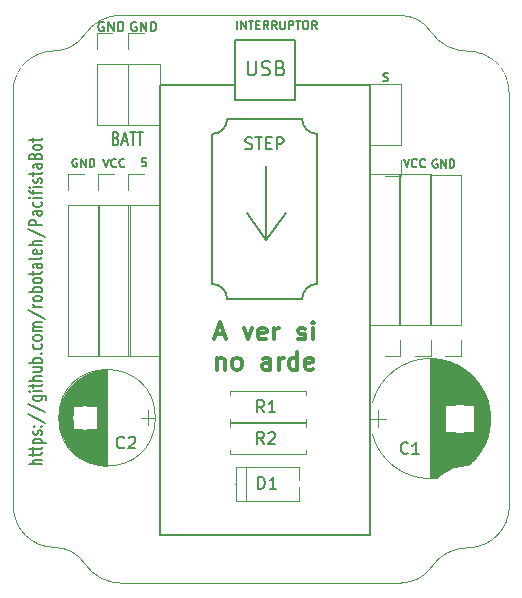
<source format=gto>
G04 #@! TF.FileFunction,Legend,Top*
%FSLAX46Y46*%
G04 Gerber Fmt 4.6, Leading zero omitted, Abs format (unit mm)*
G04 Created by KiCad (PCBNEW 4.0.7) date 10/28/18 13:34:34*
%MOMM*%
%LPD*%
G01*
G04 APERTURE LIST*
%ADD10C,0.100000*%
%ADD11C,0.200000*%
%ADD12C,0.175000*%
%ADD13C,0.300000*%
%ADD14C,0.150000*%
%ADD15C,0.120000*%
%ADD16C,1.974800*%
%ADD17R,2.200000X2.200000*%
%ADD18O,2.200000X2.200000*%
%ADD19R,2.100000X2.100000*%
%ADD20O,2.100000X2.100000*%
%ADD21C,2.000000*%
%ADD22O,2.000000X2.000000*%
%ADD23C,1.924000*%
%ADD24C,6.800000*%
%ADD25C,1.000000*%
%ADD26R,2.400000X2.400000*%
%ADD27C,2.400000*%
%ADD28R,2.000000X2.000000*%
%ADD29C,4.400500*%
G04 APERTURE END LIST*
D10*
D11*
X19903440Y31404560D02*
X21529040Y29108400D01*
X21523960Y29093160D02*
X23169880Y31394400D01*
X21523960Y35346640D02*
X21523960Y29093160D01*
D12*
X8812570Y37721371D02*
X8933999Y37668990D01*
X8974475Y37616610D01*
X9014951Y37511848D01*
X9014951Y37354705D01*
X8974475Y37249943D01*
X8933999Y37197562D01*
X8853046Y37145181D01*
X8529237Y37145181D01*
X8529237Y38245181D01*
X8812570Y38245181D01*
X8893523Y38192800D01*
X8933999Y38140419D01*
X8974475Y38035657D01*
X8974475Y37930895D01*
X8933999Y37826133D01*
X8893523Y37773752D01*
X8812570Y37721371D01*
X8529237Y37721371D01*
X9338761Y37459467D02*
X9743523Y37459467D01*
X9257808Y37145181D02*
X9541142Y38245181D01*
X9824475Y37145181D01*
X9986379Y38245181D02*
X10472094Y38245181D01*
X10229237Y37145181D02*
X10229237Y38245181D01*
X10633998Y38245181D02*
X11119713Y38245181D01*
X10876856Y37145181D02*
X10876856Y38245181D01*
D10*
X35488497Y1354679D02*
G75*
G02X38608000Y3027680I3094103J-2024475D01*
G01*
X35490167Y1355438D02*
G75*
G02X32962545Y56661I-2527622J1810183D01*
G01*
X32964120Y55880D02*
X9276080Y31244D01*
X6162040Y1689436D02*
G75*
G03X3583833Y3061019I-2578207J-1737377D01*
G01*
X6161607Y1686268D02*
G75*
G03X9276080Y30480I3114473J2101208D01*
G01*
X6122129Y46427402D02*
G75*
G02X9276080Y48127920I3143791J-2055714D01*
G01*
X6124118Y46432844D02*
G75*
G02X3586480Y45100240I-2550445J1774261D01*
G01*
X35459774Y46730191D02*
G75*
G03X38582600Y45074840I3112666J2098769D01*
G01*
X35458400Y46730920D02*
G75*
G03X32880193Y48102503I-2578207J-1737377D01*
G01*
X42077640Y41584880D02*
G75*
G03X38577520Y45074840I-3495040J-5080D01*
G01*
X38608058Y3027735D02*
G75*
G03X42113200Y6558280I-20378J3525465D01*
G01*
X3585451Y45100235D02*
G75*
G03X91440Y41600120I6109J-3500115D01*
G01*
X116782Y6555222D02*
G75*
G03X3586480Y3063240I3490018J-2022D01*
G01*
D12*
X2534699Y10129253D02*
X1434699Y10129253D01*
X2534699Y10493539D02*
X1958509Y10493539D01*
X1853747Y10453062D01*
X1801366Y10372110D01*
X1801366Y10250682D01*
X1853747Y10169729D01*
X1906128Y10129253D01*
X1801366Y10776872D02*
X1801366Y11100682D01*
X1434699Y10898301D02*
X2377556Y10898301D01*
X2482318Y10938777D01*
X2534699Y11019730D01*
X2534699Y11100682D01*
X1801366Y11262586D02*
X1801366Y11586396D01*
X1434699Y11384015D02*
X2377556Y11384015D01*
X2482318Y11424491D01*
X2534699Y11505444D01*
X2534699Y11586396D01*
X1801366Y11869729D02*
X2901366Y11869729D01*
X1853747Y11869729D02*
X1801366Y11950681D01*
X1801366Y12112586D01*
X1853747Y12193538D01*
X1906128Y12234015D01*
X2010890Y12274491D01*
X2325175Y12274491D01*
X2429937Y12234015D01*
X2482318Y12193538D01*
X2534699Y12112586D01*
X2534699Y11950681D01*
X2482318Y11869729D01*
X2482318Y12598301D02*
X2534699Y12679253D01*
X2534699Y12841158D01*
X2482318Y12922110D01*
X2377556Y12962586D01*
X2325175Y12962586D01*
X2220413Y12922110D01*
X2168032Y12841158D01*
X2168032Y12719729D01*
X2115651Y12638777D01*
X2010890Y12598301D01*
X1958509Y12598301D01*
X1853747Y12638777D01*
X1801366Y12719729D01*
X1801366Y12841158D01*
X1853747Y12922110D01*
X2429937Y13326872D02*
X2482318Y13367348D01*
X2534699Y13326872D01*
X2482318Y13286396D01*
X2429937Y13326872D01*
X2534699Y13326872D01*
X1853747Y13326872D02*
X1906128Y13367348D01*
X1958509Y13326872D01*
X1906128Y13286396D01*
X1853747Y13326872D01*
X1958509Y13326872D01*
X1382318Y14338777D02*
X2796604Y13610205D01*
X1382318Y15229253D02*
X2796604Y14500681D01*
X1801366Y15876872D02*
X2691842Y15876872D01*
X2796604Y15836395D01*
X2848985Y15795919D01*
X2901366Y15714967D01*
X2901366Y15593538D01*
X2848985Y15512586D01*
X2482318Y15876872D02*
X2534699Y15795919D01*
X2534699Y15634015D01*
X2482318Y15553062D01*
X2429937Y15512586D01*
X2325175Y15472110D01*
X2010890Y15472110D01*
X1906128Y15512586D01*
X1853747Y15553062D01*
X1801366Y15634015D01*
X1801366Y15795919D01*
X1853747Y15876872D01*
X2534699Y16281634D02*
X1801366Y16281634D01*
X1434699Y16281634D02*
X1487080Y16241158D01*
X1539461Y16281634D01*
X1487080Y16322110D01*
X1434699Y16281634D01*
X1539461Y16281634D01*
X1801366Y16564967D02*
X1801366Y16888777D01*
X1434699Y16686396D02*
X2377556Y16686396D01*
X2482318Y16726872D01*
X2534699Y16807825D01*
X2534699Y16888777D01*
X2534699Y17172110D02*
X1434699Y17172110D01*
X2534699Y17536396D02*
X1958509Y17536396D01*
X1853747Y17495919D01*
X1801366Y17414967D01*
X1801366Y17293539D01*
X1853747Y17212586D01*
X1906128Y17172110D01*
X1801366Y18305444D02*
X2534699Y18305444D01*
X1801366Y17941158D02*
X2377556Y17941158D01*
X2482318Y17981634D01*
X2534699Y18062587D01*
X2534699Y18184015D01*
X2482318Y18264967D01*
X2429937Y18305444D01*
X2534699Y18710206D02*
X1434699Y18710206D01*
X1853747Y18710206D02*
X1801366Y18791158D01*
X1801366Y18953063D01*
X1853747Y19034015D01*
X1906128Y19074492D01*
X2010890Y19114968D01*
X2325175Y19114968D01*
X2429937Y19074492D01*
X2482318Y19034015D01*
X2534699Y18953063D01*
X2534699Y18791158D01*
X2482318Y18710206D01*
X2429937Y19479254D02*
X2482318Y19519730D01*
X2534699Y19479254D01*
X2482318Y19438778D01*
X2429937Y19479254D01*
X2534699Y19479254D01*
X2482318Y20248302D02*
X2534699Y20167349D01*
X2534699Y20005445D01*
X2482318Y19924492D01*
X2429937Y19884016D01*
X2325175Y19843540D01*
X2010890Y19843540D01*
X1906128Y19884016D01*
X1853747Y19924492D01*
X1801366Y20005445D01*
X1801366Y20167349D01*
X1853747Y20248302D01*
X2534699Y20734016D02*
X2482318Y20653063D01*
X2429937Y20612587D01*
X2325175Y20572111D01*
X2010890Y20572111D01*
X1906128Y20612587D01*
X1853747Y20653063D01*
X1801366Y20734016D01*
X1801366Y20855444D01*
X1853747Y20936396D01*
X1906128Y20976873D01*
X2010890Y21017349D01*
X2325175Y21017349D01*
X2429937Y20976873D01*
X2482318Y20936396D01*
X2534699Y20855444D01*
X2534699Y20734016D01*
X2534699Y21381635D02*
X1801366Y21381635D01*
X1906128Y21381635D02*
X1853747Y21422111D01*
X1801366Y21503064D01*
X1801366Y21624492D01*
X1853747Y21705444D01*
X1958509Y21745921D01*
X2534699Y21745921D01*
X1958509Y21745921D02*
X1853747Y21786397D01*
X1801366Y21867349D01*
X1801366Y21988778D01*
X1853747Y22069730D01*
X1958509Y22110206D01*
X2534699Y22110206D01*
X1382318Y23122111D02*
X2796604Y22393539D01*
X2534699Y23405444D02*
X1801366Y23405444D01*
X2010890Y23405444D02*
X1906128Y23445920D01*
X1853747Y23486396D01*
X1801366Y23567349D01*
X1801366Y23648301D01*
X2534699Y24053063D02*
X2482318Y23972110D01*
X2429937Y23931634D01*
X2325175Y23891158D01*
X2010890Y23891158D01*
X1906128Y23931634D01*
X1853747Y23972110D01*
X1801366Y24053063D01*
X1801366Y24174491D01*
X1853747Y24255443D01*
X1906128Y24295920D01*
X2010890Y24336396D01*
X2325175Y24336396D01*
X2429937Y24295920D01*
X2482318Y24255443D01*
X2534699Y24174491D01*
X2534699Y24053063D01*
X2534699Y24700682D02*
X1434699Y24700682D01*
X1853747Y24700682D02*
X1801366Y24781634D01*
X1801366Y24943539D01*
X1853747Y25024491D01*
X1906128Y25064968D01*
X2010890Y25105444D01*
X2325175Y25105444D01*
X2429937Y25064968D01*
X2482318Y25024491D01*
X2534699Y24943539D01*
X2534699Y24781634D01*
X2482318Y24700682D01*
X2534699Y25591159D02*
X2482318Y25510206D01*
X2429937Y25469730D01*
X2325175Y25429254D01*
X2010890Y25429254D01*
X1906128Y25469730D01*
X1853747Y25510206D01*
X1801366Y25591159D01*
X1801366Y25712587D01*
X1853747Y25793539D01*
X1906128Y25834016D01*
X2010890Y25874492D01*
X2325175Y25874492D01*
X2429937Y25834016D01*
X2482318Y25793539D01*
X2534699Y25712587D01*
X2534699Y25591159D01*
X1801366Y26117349D02*
X1801366Y26441159D01*
X1434699Y26238778D02*
X2377556Y26238778D01*
X2482318Y26279254D01*
X2534699Y26360207D01*
X2534699Y26441159D01*
X2534699Y27088778D02*
X1958509Y27088778D01*
X1853747Y27048301D01*
X1801366Y26967349D01*
X1801366Y26805444D01*
X1853747Y26724492D01*
X2482318Y27088778D02*
X2534699Y27007825D01*
X2534699Y26805444D01*
X2482318Y26724492D01*
X2377556Y26684016D01*
X2272794Y26684016D01*
X2168032Y26724492D01*
X2115651Y26805444D01*
X2115651Y27007825D01*
X2063270Y27088778D01*
X2534699Y27614969D02*
X2482318Y27534016D01*
X2377556Y27493540D01*
X1434699Y27493540D01*
X2482318Y28262587D02*
X2534699Y28181635D01*
X2534699Y28019730D01*
X2482318Y27938778D01*
X2377556Y27898302D01*
X1958509Y27898302D01*
X1853747Y27938778D01*
X1801366Y28019730D01*
X1801366Y28181635D01*
X1853747Y28262587D01*
X1958509Y28303064D01*
X2063270Y28303064D01*
X2168032Y27898302D01*
X2534699Y28667349D02*
X1434699Y28667349D01*
X2534699Y29031635D02*
X1958509Y29031635D01*
X1853747Y28991158D01*
X1801366Y28910206D01*
X1801366Y28788778D01*
X1853747Y28707825D01*
X1906128Y28667349D01*
X1382318Y30043540D02*
X2796604Y29314968D01*
X2534699Y30326873D02*
X1434699Y30326873D01*
X1434699Y30650682D01*
X1487080Y30731635D01*
X1539461Y30772111D01*
X1644223Y30812587D01*
X1801366Y30812587D01*
X1906128Y30772111D01*
X1958509Y30731635D01*
X2010890Y30650682D01*
X2010890Y30326873D01*
X2534699Y31541159D02*
X1958509Y31541159D01*
X1853747Y31500682D01*
X1801366Y31419730D01*
X1801366Y31257825D01*
X1853747Y31176873D01*
X2482318Y31541159D02*
X2534699Y31460206D01*
X2534699Y31257825D01*
X2482318Y31176873D01*
X2377556Y31136397D01*
X2272794Y31136397D01*
X2168032Y31176873D01*
X2115651Y31257825D01*
X2115651Y31460206D01*
X2063270Y31541159D01*
X2482318Y32310207D02*
X2534699Y32229254D01*
X2534699Y32067350D01*
X2482318Y31986397D01*
X2429937Y31945921D01*
X2325175Y31905445D01*
X2010890Y31905445D01*
X1906128Y31945921D01*
X1853747Y31986397D01*
X1801366Y32067350D01*
X1801366Y32229254D01*
X1853747Y32310207D01*
X2534699Y32674492D02*
X1801366Y32674492D01*
X1434699Y32674492D02*
X1487080Y32634016D01*
X1539461Y32674492D01*
X1487080Y32714968D01*
X1434699Y32674492D01*
X1539461Y32674492D01*
X1801366Y32957825D02*
X1801366Y33281635D01*
X2534699Y33079254D02*
X1591842Y33079254D01*
X1487080Y33119730D01*
X1434699Y33200683D01*
X1434699Y33281635D01*
X2534699Y33564968D02*
X1801366Y33564968D01*
X1434699Y33564968D02*
X1487080Y33524492D01*
X1539461Y33564968D01*
X1487080Y33605444D01*
X1434699Y33564968D01*
X1539461Y33564968D01*
X2482318Y33929254D02*
X2534699Y34010206D01*
X2534699Y34172111D01*
X2482318Y34253063D01*
X2377556Y34293539D01*
X2325175Y34293539D01*
X2220413Y34253063D01*
X2168032Y34172111D01*
X2168032Y34050682D01*
X2115651Y33969730D01*
X2010890Y33929254D01*
X1958509Y33929254D01*
X1853747Y33969730D01*
X1801366Y34050682D01*
X1801366Y34172111D01*
X1853747Y34253063D01*
X1801366Y34536396D02*
X1801366Y34860206D01*
X1434699Y34657825D02*
X2377556Y34657825D01*
X2482318Y34698301D01*
X2534699Y34779254D01*
X2534699Y34860206D01*
X2534699Y35507825D02*
X1958509Y35507825D01*
X1853747Y35467348D01*
X1801366Y35386396D01*
X1801366Y35224491D01*
X1853747Y35143539D01*
X2482318Y35507825D02*
X2534699Y35426872D01*
X2534699Y35224491D01*
X2482318Y35143539D01*
X2377556Y35103063D01*
X2272794Y35103063D01*
X2168032Y35143539D01*
X2115651Y35224491D01*
X2115651Y35426872D01*
X2063270Y35507825D01*
X1958509Y36195920D02*
X2010890Y36317349D01*
X2063270Y36357825D01*
X2168032Y36398301D01*
X2325175Y36398301D01*
X2429937Y36357825D01*
X2482318Y36317349D01*
X2534699Y36236396D01*
X2534699Y35912587D01*
X1434699Y35912587D01*
X1434699Y36195920D01*
X1487080Y36276873D01*
X1539461Y36317349D01*
X1644223Y36357825D01*
X1748985Y36357825D01*
X1853747Y36317349D01*
X1906128Y36276873D01*
X1958509Y36195920D01*
X1958509Y35912587D01*
X2534699Y36884016D02*
X2482318Y36803063D01*
X2429937Y36762587D01*
X2325175Y36722111D01*
X2010890Y36722111D01*
X1906128Y36762587D01*
X1853747Y36803063D01*
X1801366Y36884016D01*
X1801366Y37005444D01*
X1853747Y37086396D01*
X1906128Y37126873D01*
X2010890Y37167349D01*
X2325175Y37167349D01*
X2429937Y37126873D01*
X2482318Y37086396D01*
X2534699Y37005444D01*
X2534699Y36884016D01*
X1801366Y37410206D02*
X1801366Y37734016D01*
X1434699Y37531635D02*
X2377556Y37531635D01*
X2482318Y37572111D01*
X2534699Y37653064D01*
X2534699Y37734016D01*
D13*
X17279503Y21091000D02*
X17993789Y21091000D01*
X17136646Y20662429D02*
X17636646Y22162429D01*
X18136646Y20662429D01*
X19636646Y21662429D02*
X19993789Y20662429D01*
X20350931Y21662429D01*
X21493788Y20733857D02*
X21350931Y20662429D01*
X21065217Y20662429D01*
X20922360Y20733857D01*
X20850931Y20876714D01*
X20850931Y21448143D01*
X20922360Y21591000D01*
X21065217Y21662429D01*
X21350931Y21662429D01*
X21493788Y21591000D01*
X21565217Y21448143D01*
X21565217Y21305286D01*
X20850931Y21162429D01*
X22208074Y20662429D02*
X22208074Y21662429D01*
X22208074Y21376714D02*
X22279502Y21519571D01*
X22350931Y21591000D01*
X22493788Y21662429D01*
X22636645Y21662429D01*
X24208073Y20733857D02*
X24350930Y20662429D01*
X24636645Y20662429D01*
X24779502Y20733857D01*
X24850930Y20876714D01*
X24850930Y20948143D01*
X24779502Y21091000D01*
X24636645Y21162429D01*
X24422359Y21162429D01*
X24279502Y21233857D01*
X24208073Y21376714D01*
X24208073Y21448143D01*
X24279502Y21591000D01*
X24422359Y21662429D01*
X24636645Y21662429D01*
X24779502Y21591000D01*
X25493788Y20662429D02*
X25493788Y21662429D01*
X25493788Y22162429D02*
X25422359Y22091000D01*
X25493788Y22019571D01*
X25565216Y22091000D01*
X25493788Y22162429D01*
X25493788Y22019571D01*
X17386646Y19112429D02*
X17386646Y18112429D01*
X17386646Y18969571D02*
X17458074Y19041000D01*
X17600932Y19112429D01*
X17815217Y19112429D01*
X17958074Y19041000D01*
X18029503Y18898143D01*
X18029503Y18112429D01*
X18958075Y18112429D02*
X18815217Y18183857D01*
X18743789Y18255286D01*
X18672360Y18398143D01*
X18672360Y18826714D01*
X18743789Y18969571D01*
X18815217Y19041000D01*
X18958075Y19112429D01*
X19172360Y19112429D01*
X19315217Y19041000D01*
X19386646Y18969571D01*
X19458075Y18826714D01*
X19458075Y18398143D01*
X19386646Y18255286D01*
X19315217Y18183857D01*
X19172360Y18112429D01*
X18958075Y18112429D01*
X21886646Y18112429D02*
X21886646Y18898143D01*
X21815217Y19041000D01*
X21672360Y19112429D01*
X21386646Y19112429D01*
X21243789Y19041000D01*
X21886646Y18183857D02*
X21743789Y18112429D01*
X21386646Y18112429D01*
X21243789Y18183857D01*
X21172360Y18326714D01*
X21172360Y18469571D01*
X21243789Y18612429D01*
X21386646Y18683857D01*
X21743789Y18683857D01*
X21886646Y18755286D01*
X22600932Y18112429D02*
X22600932Y19112429D01*
X22600932Y18826714D02*
X22672360Y18969571D01*
X22743789Y19041000D01*
X22886646Y19112429D01*
X23029503Y19112429D01*
X24172360Y18112429D02*
X24172360Y19612429D01*
X24172360Y18183857D02*
X24029503Y18112429D01*
X23743789Y18112429D01*
X23600931Y18183857D01*
X23529503Y18255286D01*
X23458074Y18398143D01*
X23458074Y18826714D01*
X23529503Y18969571D01*
X23600931Y19041000D01*
X23743789Y19112429D01*
X24029503Y19112429D01*
X24172360Y19041000D01*
X25458074Y18183857D02*
X25315217Y18112429D01*
X25029503Y18112429D01*
X24886646Y18183857D01*
X24815217Y18326714D01*
X24815217Y18898143D01*
X24886646Y19041000D01*
X25029503Y19112429D01*
X25315217Y19112429D01*
X25458074Y19041000D01*
X25529503Y18898143D01*
X25529503Y18755286D01*
X24815217Y18612429D01*
D10*
X42113200Y6553200D02*
X42077640Y41584880D01*
X32882840Y48102520D02*
X9276080Y48127920D01*
X91440Y41605200D02*
X116840Y6553200D01*
D14*
X23962360Y42219880D02*
X30312360Y42219880D01*
X12532360Y42219880D02*
X18882360Y42219880D01*
X18882360Y46029880D02*
X23962360Y46029880D01*
X23962360Y46029880D02*
X23962360Y40949880D01*
X23962360Y40949880D02*
X18882360Y40949880D01*
X18882360Y40949880D02*
X18882360Y46029880D01*
X12532360Y4119880D02*
X30312360Y4119880D01*
X30312360Y4119880D02*
X30312360Y42219880D01*
X12532360Y42219880D02*
X12532360Y4119880D01*
D15*
X18960480Y9837720D02*
X18960480Y7017720D01*
X18960480Y7017720D02*
X24280480Y7017720D01*
X24280480Y7017720D02*
X24280480Y9837720D01*
X24280480Y9837720D02*
X18960480Y9837720D01*
X18890480Y8427720D02*
X18960480Y8427720D01*
X24350480Y8427720D02*
X24280480Y8427720D01*
X19800480Y9837720D02*
X19800480Y7017720D01*
X7179000Y38832480D02*
X9839000Y38832480D01*
X7179000Y43972480D02*
X7179000Y38832480D01*
X9839000Y43972480D02*
X9839000Y38832480D01*
X7179000Y43972480D02*
X9839000Y43972480D01*
X7179000Y45242480D02*
X7179000Y46572480D01*
X7179000Y46572480D02*
X8509000Y46572480D01*
X9851080Y38832480D02*
X12511080Y38832480D01*
X9851080Y43972480D02*
X9851080Y38832480D01*
X12511080Y43972480D02*
X12511080Y38832480D01*
X9851080Y43972480D02*
X12511080Y43972480D01*
X9851080Y45242480D02*
X9851080Y46572480D01*
X9851080Y46572480D02*
X11181080Y46572480D01*
X24886360Y13970440D02*
X24886360Y13640440D01*
X24886360Y13640440D02*
X18466360Y13640440D01*
X18466360Y13640440D02*
X18466360Y13970440D01*
X24886360Y15930440D02*
X24886360Y16260440D01*
X24886360Y16260440D02*
X18466360Y16260440D01*
X18466360Y16260440D02*
X18466360Y15930440D01*
X18481600Y13227880D02*
X18481600Y13557880D01*
X18481600Y13557880D02*
X24901600Y13557880D01*
X24901600Y13557880D02*
X24901600Y13227880D01*
X18481600Y11267880D02*
X18481600Y10937880D01*
X18481600Y10937880D02*
X24901600Y10937880D01*
X24901600Y10937880D02*
X24901600Y11267880D01*
X32937760Y42284960D02*
X30277760Y42284960D01*
X32937760Y37144960D02*
X32937760Y42284960D01*
X30277760Y37144960D02*
X30277760Y42284960D01*
X32937760Y37144960D02*
X30277760Y37144960D01*
X32937760Y35874960D02*
X32937760Y34544960D01*
X32937760Y34544960D02*
X31607760Y34544960D01*
X32892040Y34634480D02*
X30232040Y34634480D01*
X32892040Y21874480D02*
X32892040Y34634480D01*
X30232040Y21874480D02*
X30232040Y34634480D01*
X32892040Y21874480D02*
X30232040Y21874480D01*
X32892040Y20604480D02*
X32892040Y19274480D01*
X32892040Y19274480D02*
X31562040Y19274480D01*
X9846000Y19279560D02*
X12506000Y19279560D01*
X9846000Y32039560D02*
X9846000Y19279560D01*
X12506000Y32039560D02*
X12506000Y19279560D01*
X9846000Y32039560D02*
X12506000Y32039560D01*
X9846000Y33309560D02*
X9846000Y34639560D01*
X9846000Y34639560D02*
X11176000Y34639560D01*
X4745680Y19284640D02*
X7405680Y19284640D01*
X4745680Y32044640D02*
X4745680Y19284640D01*
X7405680Y32044640D02*
X7405680Y19284640D01*
X4745680Y32044640D02*
X7405680Y32044640D01*
X4745680Y33314640D02*
X4745680Y34644640D01*
X4745680Y34644640D02*
X6075680Y34644640D01*
X38027920Y34619240D02*
X35367920Y34619240D01*
X38027920Y21859240D02*
X38027920Y34619240D01*
X35367920Y21859240D02*
X35367920Y34619240D01*
X38027920Y21859240D02*
X35367920Y21859240D01*
X38027920Y20589240D02*
X38027920Y19259240D01*
X38027920Y19259240D02*
X36697920Y19259240D01*
D14*
X16946880Y38064440D02*
G75*
G03X18216880Y39334440I0J1270000D01*
G01*
X24566880Y39334440D02*
G75*
G03X25836880Y38064440I1270000J0D01*
G01*
X25836880Y25364440D02*
G75*
G03X24566880Y24094440I0J-1270000D01*
G01*
X18216880Y24094440D02*
G75*
G03X16946880Y25364440I-1270000J0D01*
G01*
X16946880Y38064440D02*
X16946880Y25364440D01*
X24566880Y24094440D02*
X18216880Y24094440D01*
X25836880Y38064440D02*
X25836880Y25364440D01*
X24566880Y39334440D02*
X18216880Y39334440D01*
D15*
X35447280Y34634480D02*
X32787280Y34634480D01*
X35447280Y21874480D02*
X35447280Y34634480D01*
X32787280Y21874480D02*
X32787280Y34634480D01*
X35447280Y21874480D02*
X32787280Y21874480D01*
X35447280Y20604480D02*
X35447280Y19274480D01*
X35447280Y19274480D02*
X34117280Y19274480D01*
X7311080Y19279560D02*
X9971080Y19279560D01*
X7311080Y32039560D02*
X7311080Y19279560D01*
X9971080Y32039560D02*
X9971080Y19279560D01*
X7311080Y32039560D02*
X9971080Y32039560D01*
X7311080Y33309560D02*
X7311080Y34639560D01*
X7311080Y34639560D02*
X8641080Y34639560D01*
X40321917Y15353264D02*
G75*
G03X30524123Y15350000I-4898437J-1383264D01*
G01*
X40321917Y12586736D02*
G75*
G02X30524123Y12590000I-4898437J1383264D01*
G01*
X40321917Y12586736D02*
G75*
G03X40322837Y15350000I-4898437J1383264D01*
G01*
X35423480Y19020000D02*
X35423480Y8920000D01*
X35463480Y19020000D02*
X35463480Y8920000D01*
X35503480Y19020000D02*
X35503480Y8920000D01*
X35543480Y19019000D02*
X35543480Y8921000D01*
X35583480Y19018000D02*
X35583480Y8922000D01*
X35623480Y19017000D02*
X35623480Y8923000D01*
X35663480Y19015000D02*
X35663480Y8925000D01*
X35703480Y19013000D02*
X35703480Y8927000D01*
X35743480Y19010000D02*
X35743480Y8930000D01*
X35783480Y19008000D02*
X35783480Y8932000D01*
X35823480Y19005000D02*
X35823480Y8935000D01*
X35863480Y19001000D02*
X35863480Y8939000D01*
X35903480Y18998000D02*
X35903480Y8942000D01*
X35943480Y18994000D02*
X35943480Y8946000D01*
X35983480Y18990000D02*
X35983480Y8950000D01*
X36023480Y18985000D02*
X36023480Y8955000D01*
X36063480Y18980000D02*
X36063480Y8960000D01*
X36103480Y18975000D02*
X36103480Y8965000D01*
X36144480Y18969000D02*
X36144480Y8971000D01*
X36184480Y18963000D02*
X36184480Y8977000D01*
X36224480Y18957000D02*
X36224480Y8983000D01*
X36264480Y18951000D02*
X36264480Y8989000D01*
X36304480Y18944000D02*
X36304480Y8996000D01*
X36344480Y18937000D02*
X36344480Y9003000D01*
X36384480Y18929000D02*
X36384480Y9011000D01*
X36424480Y18921000D02*
X36424480Y9019000D01*
X36464480Y18913000D02*
X36464480Y9027000D01*
X36504480Y18905000D02*
X36504480Y9035000D01*
X36544480Y18896000D02*
X36544480Y9044000D01*
X36584480Y18887000D02*
X36584480Y9053000D01*
X36624480Y18877000D02*
X36624480Y9063000D01*
X36664480Y18867000D02*
X36664480Y9073000D01*
X36704480Y18857000D02*
X36704480Y9083000D01*
X36744480Y18846000D02*
X36744480Y15151000D01*
X36744480Y12789000D02*
X36744480Y9094000D01*
X36784480Y18835000D02*
X36784480Y15151000D01*
X36784480Y12789000D02*
X36784480Y9105000D01*
X36824480Y18824000D02*
X36824480Y15151000D01*
X36824480Y12789000D02*
X36824480Y9116000D01*
X36864480Y18813000D02*
X36864480Y15151000D01*
X36864480Y12789000D02*
X36864480Y9127000D01*
X36904480Y18801000D02*
X36904480Y15151000D01*
X36904480Y12789000D02*
X36904480Y9139000D01*
X36944480Y18788000D02*
X36944480Y15151000D01*
X36944480Y12789000D02*
X36944480Y9152000D01*
X36984480Y18776000D02*
X36984480Y15151000D01*
X36984480Y12789000D02*
X36984480Y9164000D01*
X37024480Y18762000D02*
X37024480Y15151000D01*
X37024480Y12789000D02*
X37024480Y9178000D01*
X37064480Y18749000D02*
X37064480Y15151000D01*
X37064480Y12789000D02*
X37064480Y9191000D01*
X37104480Y18735000D02*
X37104480Y15151000D01*
X37104480Y12789000D02*
X37104480Y9205000D01*
X37144480Y18721000D02*
X37144480Y15151000D01*
X37144480Y12789000D02*
X37144480Y9219000D01*
X37184480Y18707000D02*
X37184480Y15151000D01*
X37184480Y12789000D02*
X37184480Y9233000D01*
X37224480Y18692000D02*
X37224480Y15151000D01*
X37224480Y12789000D02*
X37224480Y9248000D01*
X37264480Y18676000D02*
X37264480Y15151000D01*
X37264480Y12789000D02*
X37264480Y9264000D01*
X37304480Y18661000D02*
X37304480Y15151000D01*
X37304480Y12789000D02*
X37304480Y9279000D01*
X37344480Y18644000D02*
X37344480Y15151000D01*
X37344480Y12789000D02*
X37344480Y9296000D01*
X37384480Y18628000D02*
X37384480Y15151000D01*
X37384480Y12789000D02*
X37384480Y9312000D01*
X37424480Y18611000D02*
X37424480Y15151000D01*
X37424480Y12789000D02*
X37424480Y9329000D01*
X37464480Y18594000D02*
X37464480Y15151000D01*
X37464480Y12789000D02*
X37464480Y9346000D01*
X37504480Y18576000D02*
X37504480Y15151000D01*
X37504480Y12789000D02*
X37504480Y9364000D01*
X37544480Y18558000D02*
X37544480Y15151000D01*
X37544480Y12789000D02*
X37544480Y9382000D01*
X37584480Y18539000D02*
X37584480Y15151000D01*
X37584480Y12789000D02*
X37584480Y9401000D01*
X37624480Y18520000D02*
X37624480Y15151000D01*
X37624480Y12789000D02*
X37624480Y9420000D01*
X37664480Y18501000D02*
X37664480Y15151000D01*
X37664480Y12789000D02*
X37664480Y9439000D01*
X37704480Y18481000D02*
X37704480Y15151000D01*
X37704480Y12789000D02*
X37704480Y9459000D01*
X37744480Y18461000D02*
X37744480Y15151000D01*
X37744480Y12789000D02*
X37744480Y9479000D01*
X37784480Y18440000D02*
X37784480Y15151000D01*
X37784480Y12789000D02*
X37784480Y9500000D01*
X37824480Y18419000D02*
X37824480Y15151000D01*
X37824480Y12789000D02*
X37824480Y9521000D01*
X37864480Y18398000D02*
X37864480Y15151000D01*
X37864480Y12789000D02*
X37864480Y9542000D01*
X37904480Y18375000D02*
X37904480Y15151000D01*
X37904480Y12789000D02*
X37904480Y9565000D01*
X37944480Y18353000D02*
X37944480Y15151000D01*
X37944480Y12789000D02*
X37944480Y9587000D01*
X37984480Y18330000D02*
X37984480Y15151000D01*
X37984480Y12789000D02*
X37984480Y9610000D01*
X38024480Y18306000D02*
X38024480Y15151000D01*
X38024480Y12789000D02*
X38024480Y9634000D01*
X38064480Y18282000D02*
X38064480Y15151000D01*
X38064480Y12789000D02*
X38064480Y9658000D01*
X38104480Y18258000D02*
X38104480Y15151000D01*
X38104480Y12789000D02*
X38104480Y9682000D01*
X38144480Y18233000D02*
X38144480Y15151000D01*
X38144480Y12789000D02*
X38144480Y9707000D01*
X38184480Y18207000D02*
X38184480Y15151000D01*
X38184480Y12789000D02*
X38184480Y9733000D01*
X38224480Y18181000D02*
X38224480Y15151000D01*
X38224480Y12789000D02*
X38224480Y9759000D01*
X38264480Y18155000D02*
X38264480Y15151000D01*
X38264480Y12789000D02*
X38264480Y9785000D01*
X38304480Y18127000D02*
X38304480Y15151000D01*
X38304480Y12789000D02*
X38304480Y9813000D01*
X38344480Y18100000D02*
X38344480Y15151000D01*
X38344480Y12789000D02*
X38344480Y9840000D01*
X38384480Y18071000D02*
X38384480Y15151000D01*
X38384480Y12789000D02*
X38384480Y9869000D01*
X38424480Y18042000D02*
X38424480Y15151000D01*
X38424480Y12789000D02*
X38424480Y9898000D01*
X38464480Y18013000D02*
X38464480Y15151000D01*
X38464480Y12789000D02*
X38464480Y9927000D01*
X38504480Y17983000D02*
X38504480Y15151000D01*
X38504480Y12789000D02*
X38504480Y9957000D01*
X38544480Y17952000D02*
X38544480Y15151000D01*
X38544480Y12789000D02*
X38544480Y9988000D01*
X38584480Y17921000D02*
X38584480Y15151000D01*
X38584480Y12789000D02*
X38584480Y10019000D01*
X38624480Y17889000D02*
X38624480Y15151000D01*
X38624480Y12789000D02*
X38624480Y10051000D01*
X38664480Y17856000D02*
X38664480Y15151000D01*
X38664480Y12789000D02*
X38664480Y10084000D01*
X38704480Y17823000D02*
X38704480Y15151000D01*
X38704480Y12789000D02*
X38704480Y10117000D01*
X38744480Y17789000D02*
X38744480Y15151000D01*
X38744480Y12789000D02*
X38744480Y10151000D01*
X38784480Y17754000D02*
X38784480Y15151000D01*
X38784480Y12789000D02*
X38784480Y10186000D01*
X38824480Y17718000D02*
X38824480Y15151000D01*
X38824480Y12789000D02*
X38824480Y10222000D01*
X38864480Y17682000D02*
X38864480Y15151000D01*
X38864480Y12789000D02*
X38864480Y10258000D01*
X38904480Y17645000D02*
X38904480Y15151000D01*
X38904480Y12789000D02*
X38904480Y10295000D01*
X38944480Y17607000D02*
X38944480Y15151000D01*
X38944480Y12789000D02*
X38944480Y10333000D01*
X38984480Y17568000D02*
X38984480Y15151000D01*
X38984480Y12789000D02*
X38984480Y10372000D01*
X39024480Y17529000D02*
X39024480Y15151000D01*
X39024480Y12789000D02*
X39024480Y10411000D01*
X39064480Y17488000D02*
X39064480Y15151000D01*
X39064480Y12789000D02*
X39064480Y10452000D01*
X39104480Y17447000D02*
X39104480Y10493000D01*
X39144480Y17405000D02*
X39144480Y10535000D01*
X39184480Y17361000D02*
X39184480Y10579000D01*
X39224480Y17317000D02*
X39224480Y10623000D01*
X39264480Y17272000D02*
X39264480Y10668000D01*
X39304480Y17225000D02*
X39304480Y10715000D01*
X39344480Y17177000D02*
X39344480Y10763000D01*
X39384480Y17128000D02*
X39384480Y10812000D01*
X39424480Y17078000D02*
X39424480Y10862000D01*
X39464480Y17027000D02*
X39464480Y10913000D01*
X39504480Y16974000D02*
X39504480Y10966000D01*
X39544480Y16919000D02*
X39544480Y11021000D01*
X39584480Y16864000D02*
X39584480Y11076000D01*
X39624480Y16806000D02*
X39624480Y11134000D01*
X39664480Y16747000D02*
X39664480Y11193000D01*
X39704480Y16685000D02*
X39704480Y11255000D01*
X39744480Y16622000D02*
X39744480Y11318000D01*
X39784480Y16557000D02*
X39784480Y11383000D01*
X39824480Y16489000D02*
X39824480Y11451000D01*
X39864480Y16419000D02*
X39864480Y11521000D01*
X39904480Y16347000D02*
X39904480Y11593000D01*
X39944480Y16271000D02*
X39944480Y11669000D01*
X39984480Y16192000D02*
X39984480Y11748000D01*
X40024480Y16110000D02*
X40024480Y11830000D01*
X40064480Y16023000D02*
X40064480Y11917000D01*
X40104480Y15932000D02*
X40104480Y12008000D01*
X40144480Y15836000D02*
X40144480Y12104000D01*
X40184480Y15733000D02*
X40184480Y12207000D01*
X40224480Y15624000D02*
X40224480Y12316000D01*
X40264480Y15506000D02*
X40264480Y12434000D01*
X40304480Y15377000D02*
X40304480Y12563000D01*
X40344480Y15235000D02*
X40344480Y12705000D01*
X40384480Y15074000D02*
X40384480Y12866000D01*
X40424480Y14883000D02*
X40424480Y13057000D01*
X40464480Y14642000D02*
X40464480Y13298000D01*
X40504480Y14249000D02*
X40504480Y13691000D01*
X30223480Y13970000D02*
X31723480Y13970000D01*
X30973480Y14720000D02*
X30973480Y13220000D01*
X12141720Y14030960D02*
G75*
G03X12141720Y14030960I-4090000J0D01*
G01*
X8051720Y9980960D02*
X8051720Y18080960D01*
X8011720Y9980960D02*
X8011720Y18080960D01*
X7971720Y9980960D02*
X7971720Y18080960D01*
X7931720Y9981960D02*
X7931720Y18079960D01*
X7891720Y9983960D02*
X7891720Y18077960D01*
X7851720Y9984960D02*
X7851720Y18076960D01*
X7811720Y9987960D02*
X7811720Y18073960D01*
X7771720Y9989960D02*
X7771720Y18071960D01*
X7731720Y9992960D02*
X7731720Y18068960D01*
X7691720Y9995960D02*
X7691720Y18065960D01*
X7651720Y9999960D02*
X7651720Y18061960D01*
X7611720Y10003960D02*
X7611720Y18057960D01*
X7571720Y10008960D02*
X7571720Y18052960D01*
X7531720Y10013960D02*
X7531720Y18047960D01*
X7491720Y10018960D02*
X7491720Y18042960D01*
X7451720Y10024960D02*
X7451720Y18036960D01*
X7411720Y10030960D02*
X7411720Y18030960D01*
X7371720Y10036960D02*
X7371720Y18024960D01*
X7330720Y10043960D02*
X7330720Y18017960D01*
X7290720Y10051960D02*
X7290720Y18009960D01*
X7250720Y10059960D02*
X7250720Y18001960D01*
X7210720Y10067960D02*
X7210720Y17993960D01*
X7170720Y10075960D02*
X7170720Y17985960D01*
X7130720Y10084960D02*
X7130720Y13050960D01*
X7130720Y15010960D02*
X7130720Y17976960D01*
X7090720Y10094960D02*
X7090720Y13050960D01*
X7090720Y15010960D02*
X7090720Y17966960D01*
X7050720Y10104960D02*
X7050720Y13050960D01*
X7050720Y15010960D02*
X7050720Y17956960D01*
X7010720Y10114960D02*
X7010720Y13050960D01*
X7010720Y15010960D02*
X7010720Y17946960D01*
X6970720Y10125960D02*
X6970720Y13050960D01*
X6970720Y15010960D02*
X6970720Y17935960D01*
X6930720Y10136960D02*
X6930720Y13050960D01*
X6930720Y15010960D02*
X6930720Y17924960D01*
X6890720Y10147960D02*
X6890720Y13050960D01*
X6890720Y15010960D02*
X6890720Y17913960D01*
X6850720Y10160960D02*
X6850720Y13050960D01*
X6850720Y15010960D02*
X6850720Y17900960D01*
X6810720Y10172960D02*
X6810720Y13050960D01*
X6810720Y15010960D02*
X6810720Y17888960D01*
X6770720Y10185960D02*
X6770720Y13050960D01*
X6770720Y15010960D02*
X6770720Y17875960D01*
X6730720Y10198960D02*
X6730720Y13050960D01*
X6730720Y15010960D02*
X6730720Y17862960D01*
X6690720Y10212960D02*
X6690720Y13050960D01*
X6690720Y15010960D02*
X6690720Y17848960D01*
X6650720Y10227960D02*
X6650720Y13050960D01*
X6650720Y15010960D02*
X6650720Y17833960D01*
X6610720Y10241960D02*
X6610720Y13050960D01*
X6610720Y15010960D02*
X6610720Y17819960D01*
X6570720Y10257960D02*
X6570720Y13050960D01*
X6570720Y15010960D02*
X6570720Y17803960D01*
X6530720Y10272960D02*
X6530720Y13050960D01*
X6530720Y15010960D02*
X6530720Y17788960D01*
X6490720Y10289960D02*
X6490720Y13050960D01*
X6490720Y15010960D02*
X6490720Y17771960D01*
X6450720Y10305960D02*
X6450720Y13050960D01*
X6450720Y15010960D02*
X6450720Y17755960D01*
X6410720Y10323960D02*
X6410720Y13050960D01*
X6410720Y15010960D02*
X6410720Y17737960D01*
X6370720Y10340960D02*
X6370720Y13050960D01*
X6370720Y15010960D02*
X6370720Y17720960D01*
X6330720Y10359960D02*
X6330720Y13050960D01*
X6330720Y15010960D02*
X6330720Y17701960D01*
X6290720Y10378960D02*
X6290720Y13050960D01*
X6290720Y15010960D02*
X6290720Y17682960D01*
X6250720Y10397960D02*
X6250720Y13050960D01*
X6250720Y15010960D02*
X6250720Y17663960D01*
X6210720Y10417960D02*
X6210720Y13050960D01*
X6210720Y15010960D02*
X6210720Y17643960D01*
X6170720Y10437960D02*
X6170720Y13050960D01*
X6170720Y15010960D02*
X6170720Y17623960D01*
X6130720Y10458960D02*
X6130720Y13050960D01*
X6130720Y15010960D02*
X6130720Y17602960D01*
X6090720Y10480960D02*
X6090720Y13050960D01*
X6090720Y15010960D02*
X6090720Y17580960D01*
X6050720Y10502960D02*
X6050720Y13050960D01*
X6050720Y15010960D02*
X6050720Y17558960D01*
X6010720Y10525960D02*
X6010720Y13050960D01*
X6010720Y15010960D02*
X6010720Y17535960D01*
X5970720Y10548960D02*
X5970720Y13050960D01*
X5970720Y15010960D02*
X5970720Y17512960D01*
X5930720Y10572960D02*
X5930720Y13050960D01*
X5930720Y15010960D02*
X5930720Y17488960D01*
X5890720Y10596960D02*
X5890720Y13050960D01*
X5890720Y15010960D02*
X5890720Y17464960D01*
X5850720Y10622960D02*
X5850720Y13050960D01*
X5850720Y15010960D02*
X5850720Y17438960D01*
X5810720Y10647960D02*
X5810720Y13050960D01*
X5810720Y15010960D02*
X5810720Y17413960D01*
X5770720Y10674960D02*
X5770720Y13050960D01*
X5770720Y15010960D02*
X5770720Y17386960D01*
X5730720Y10701960D02*
X5730720Y13050960D01*
X5730720Y15010960D02*
X5730720Y17359960D01*
X5690720Y10729960D02*
X5690720Y13050960D01*
X5690720Y15010960D02*
X5690720Y17331960D01*
X5650720Y10758960D02*
X5650720Y13050960D01*
X5650720Y15010960D02*
X5650720Y17302960D01*
X5610720Y10787960D02*
X5610720Y13050960D01*
X5610720Y15010960D02*
X5610720Y17273960D01*
X5570720Y10817960D02*
X5570720Y13050960D01*
X5570720Y15010960D02*
X5570720Y17243960D01*
X5530720Y10848960D02*
X5530720Y13050960D01*
X5530720Y15010960D02*
X5530720Y17212960D01*
X5490720Y10880960D02*
X5490720Y13050960D01*
X5490720Y15010960D02*
X5490720Y17180960D01*
X5450720Y10912960D02*
X5450720Y13050960D01*
X5450720Y15010960D02*
X5450720Y17148960D01*
X5410720Y10946960D02*
X5410720Y13050960D01*
X5410720Y15010960D02*
X5410720Y17114960D01*
X5370720Y10980960D02*
X5370720Y13050960D01*
X5370720Y15010960D02*
X5370720Y17080960D01*
X5330720Y11015960D02*
X5330720Y13050960D01*
X5330720Y15010960D02*
X5330720Y17045960D01*
X5290720Y11051960D02*
X5290720Y13050960D01*
X5290720Y15010960D02*
X5290720Y17009960D01*
X5250720Y11088960D02*
X5250720Y13050960D01*
X5250720Y15010960D02*
X5250720Y16972960D01*
X5210720Y11126960D02*
X5210720Y13050960D01*
X5210720Y15010960D02*
X5210720Y16934960D01*
X5170720Y11165960D02*
X5170720Y16895960D01*
X5130720Y11206960D02*
X5130720Y16854960D01*
X5090720Y11247960D02*
X5090720Y16813960D01*
X5050720Y11290960D02*
X5050720Y16770960D01*
X5010720Y11333960D02*
X5010720Y16727960D01*
X4970720Y11378960D02*
X4970720Y16682960D01*
X4930720Y11425960D02*
X4930720Y16635960D01*
X4890720Y11473960D02*
X4890720Y16587960D01*
X4850720Y11522960D02*
X4850720Y16538960D01*
X4810720Y11573960D02*
X4810720Y16487960D01*
X4770720Y11626960D02*
X4770720Y16434960D01*
X4730720Y11681960D02*
X4730720Y16379960D01*
X4690720Y11737960D02*
X4690720Y16323960D01*
X4650720Y11796960D02*
X4650720Y16264960D01*
X4610720Y11857960D02*
X4610720Y16203960D01*
X4570720Y11921960D02*
X4570720Y16139960D01*
X4530720Y11987960D02*
X4530720Y16073960D01*
X4490720Y12056960D02*
X4490720Y16004960D01*
X4450720Y12128960D02*
X4450720Y15932960D01*
X4410720Y12204960D02*
X4410720Y15856960D01*
X4370720Y12285960D02*
X4370720Y15775960D01*
X4330720Y12370960D02*
X4330720Y15690960D01*
X4290720Y12460960D02*
X4290720Y15600960D01*
X4250720Y12557960D02*
X4250720Y15503960D01*
X4210720Y12661960D02*
X4210720Y15399960D01*
X4170720Y12776960D02*
X4170720Y15284960D01*
X4130720Y12903960D02*
X4130720Y15157960D01*
X4090720Y13047960D02*
X4090720Y15013960D01*
X4050720Y13216960D02*
X4050720Y14844960D01*
X4010720Y13432960D02*
X4010720Y14628960D01*
X3970720Y13784960D02*
X3970720Y14276960D01*
X12151720Y14030960D02*
X10951720Y14030960D01*
X11551720Y13380960D02*
X11551720Y14680960D01*
D14*
X19948714Y44238463D02*
X19948714Y43267034D01*
X20005857Y43152749D01*
X20063000Y43095606D01*
X20177286Y43038463D01*
X20405857Y43038463D01*
X20520143Y43095606D01*
X20577286Y43152749D01*
X20634429Y43267034D01*
X20634429Y44238463D01*
X21148714Y43095606D02*
X21320143Y43038463D01*
X21605857Y43038463D01*
X21720143Y43095606D01*
X21777286Y43152749D01*
X21834429Y43267034D01*
X21834429Y43381320D01*
X21777286Y43495606D01*
X21720143Y43552749D01*
X21605857Y43609891D01*
X21377286Y43667034D01*
X21263000Y43724177D01*
X21205857Y43781320D01*
X21148714Y43895606D01*
X21148714Y44009891D01*
X21205857Y44124177D01*
X21263000Y44181320D01*
X21377286Y44238463D01*
X21663000Y44238463D01*
X21834429Y44181320D01*
X22748714Y43667034D02*
X22920143Y43609891D01*
X22977286Y43552749D01*
X23034429Y43438463D01*
X23034429Y43267034D01*
X22977286Y43152749D01*
X22920143Y43095606D01*
X22805857Y43038463D01*
X22348714Y43038463D01*
X22348714Y44238463D01*
X22748714Y44238463D01*
X22863000Y44181320D01*
X22920143Y44124177D01*
X22977286Y44009891D01*
X22977286Y43895606D01*
X22920143Y43781320D01*
X22863000Y43724177D01*
X22748714Y43667034D01*
X22348714Y43667034D01*
X20856985Y8031219D02*
X20856985Y9031219D01*
X21095080Y9031219D01*
X21237938Y8983600D01*
X21333176Y8888362D01*
X21380795Y8793124D01*
X21428414Y8602648D01*
X21428414Y8459790D01*
X21380795Y8269314D01*
X21333176Y8174076D01*
X21237938Y8078838D01*
X21095080Y8031219D01*
X20856985Y8031219D01*
X22380795Y8031219D02*
X21809366Y8031219D01*
X22095080Y8031219D02*
X22095080Y9031219D01*
X21999842Y8888362D01*
X21904604Y8793124D01*
X21809366Y8745505D01*
X7762317Y47517000D02*
X7686126Y47555095D01*
X7571841Y47555095D01*
X7457555Y47517000D01*
X7381364Y47440810D01*
X7343269Y47364619D01*
X7305174Y47212238D01*
X7305174Y47097952D01*
X7343269Y46945571D01*
X7381364Y46869381D01*
X7457555Y46793190D01*
X7571841Y46755095D01*
X7648031Y46755095D01*
X7762317Y46793190D01*
X7800412Y46831286D01*
X7800412Y47097952D01*
X7648031Y47097952D01*
X8143269Y46755095D02*
X8143269Y47555095D01*
X8600412Y46755095D01*
X8600412Y47555095D01*
X8981364Y46755095D02*
X8981364Y47555095D01*
X9171840Y47555095D01*
X9286126Y47517000D01*
X9362317Y47440810D01*
X9400412Y47364619D01*
X9438507Y47212238D01*
X9438507Y47097952D01*
X9400412Y46945571D01*
X9362317Y46869381D01*
X9286126Y46793190D01*
X9171840Y46755095D01*
X8981364Y46755095D01*
X10530917Y47532240D02*
X10454726Y47570335D01*
X10340441Y47570335D01*
X10226155Y47532240D01*
X10149964Y47456050D01*
X10111869Y47379859D01*
X10073774Y47227478D01*
X10073774Y47113192D01*
X10111869Y46960811D01*
X10149964Y46884621D01*
X10226155Y46808430D01*
X10340441Y46770335D01*
X10416631Y46770335D01*
X10530917Y46808430D01*
X10569012Y46846526D01*
X10569012Y47113192D01*
X10416631Y47113192D01*
X10911869Y46770335D02*
X10911869Y47570335D01*
X11369012Y46770335D01*
X11369012Y47570335D01*
X11749964Y46770335D02*
X11749964Y47570335D01*
X11940440Y47570335D01*
X12054726Y47532240D01*
X12130917Y47456050D01*
X12169012Y47379859D01*
X12207107Y47227478D01*
X12207107Y47113192D01*
X12169012Y46960811D01*
X12130917Y46884621D01*
X12054726Y46808430D01*
X11940440Y46770335D01*
X11749964Y46770335D01*
X21352214Y14503139D02*
X21018880Y14979330D01*
X20780785Y14503139D02*
X20780785Y15503139D01*
X21161738Y15503139D01*
X21256976Y15455520D01*
X21304595Y15407901D01*
X21352214Y15312663D01*
X21352214Y15169806D01*
X21304595Y15074568D01*
X21256976Y15026949D01*
X21161738Y14979330D01*
X20780785Y14979330D01*
X22304595Y14503139D02*
X21733166Y14503139D01*
X22018880Y14503139D02*
X22018880Y15503139D01*
X21923642Y15360282D01*
X21828404Y15265044D01*
X21733166Y15217425D01*
X21336974Y11825979D02*
X21003640Y12302170D01*
X20765545Y11825979D02*
X20765545Y12825979D01*
X21146498Y12825979D01*
X21241736Y12778360D01*
X21289355Y12730741D01*
X21336974Y12635503D01*
X21336974Y12492646D01*
X21289355Y12397408D01*
X21241736Y12349789D01*
X21146498Y12302170D01*
X20765545Y12302170D01*
X21717926Y12730741D02*
X21765545Y12778360D01*
X21860783Y12825979D01*
X22098879Y12825979D01*
X22194117Y12778360D01*
X22241736Y12730741D01*
X22289355Y12635503D01*
X22289355Y12540265D01*
X22241736Y12397408D01*
X21670307Y11825979D01*
X22289355Y11825979D01*
X31274427Y34092579D02*
X31274427Y33378293D01*
X31226807Y33235436D01*
X31131569Y33140198D01*
X30988712Y33092579D01*
X30893474Y33092579D01*
X32179189Y33759246D02*
X32179189Y33092579D01*
X31941093Y34140198D02*
X31702998Y33425912D01*
X32322046Y33425912D01*
X31428080Y42571547D02*
X31528080Y42538213D01*
X31694747Y42538213D01*
X31761414Y42571547D01*
X31794747Y42604880D01*
X31828080Y42671547D01*
X31828080Y42738213D01*
X31794747Y42804880D01*
X31761414Y42838213D01*
X31694747Y42871547D01*
X31561414Y42904880D01*
X31494747Y42938213D01*
X31461414Y42971547D01*
X31428080Y43038213D01*
X31428080Y43104880D01*
X31461414Y43171547D01*
X31494747Y43204880D01*
X31561414Y43238213D01*
X31728080Y43238213D01*
X31828080Y43204880D01*
X10976000Y35356227D02*
X11076000Y35322893D01*
X11242667Y35322893D01*
X11309334Y35356227D01*
X11342667Y35389560D01*
X11376000Y35456227D01*
X11376000Y35522893D01*
X11342667Y35589560D01*
X11309334Y35622893D01*
X11242667Y35656227D01*
X11109334Y35689560D01*
X11042667Y35722893D01*
X11009334Y35756227D01*
X10976000Y35822893D01*
X10976000Y35889560D01*
X11009334Y35956227D01*
X11042667Y35989560D01*
X11109334Y36022893D01*
X11276000Y36022893D01*
X11376000Y35989560D01*
X5506787Y35945560D02*
X5440121Y35978893D01*
X5340121Y35978893D01*
X5240121Y35945560D01*
X5173454Y35878893D01*
X5140121Y35812227D01*
X5106787Y35678893D01*
X5106787Y35578893D01*
X5140121Y35445560D01*
X5173454Y35378893D01*
X5240121Y35312227D01*
X5340121Y35278893D01*
X5406787Y35278893D01*
X5506787Y35312227D01*
X5540121Y35345560D01*
X5540121Y35578893D01*
X5406787Y35578893D01*
X5840121Y35278893D02*
X5840121Y35978893D01*
X6240121Y35278893D01*
X6240121Y35978893D01*
X6573454Y35278893D02*
X6573454Y35978893D01*
X6740120Y35978893D01*
X6840120Y35945560D01*
X6906787Y35878893D01*
X6940120Y35812227D01*
X6973454Y35678893D01*
X6973454Y35578893D01*
X6940120Y35445560D01*
X6906787Y35378893D01*
X6840120Y35312227D01*
X6740120Y35278893D01*
X6573454Y35278893D01*
X36002027Y35884600D02*
X35935361Y35917933D01*
X35835361Y35917933D01*
X35735361Y35884600D01*
X35668694Y35817933D01*
X35635361Y35751267D01*
X35602027Y35617933D01*
X35602027Y35517933D01*
X35635361Y35384600D01*
X35668694Y35317933D01*
X35735361Y35251267D01*
X35835361Y35217933D01*
X35902027Y35217933D01*
X36002027Y35251267D01*
X36035361Y35284600D01*
X36035361Y35517933D01*
X35902027Y35517933D01*
X36335361Y35217933D02*
X36335361Y35917933D01*
X36735361Y35217933D01*
X36735361Y35917933D01*
X37068694Y35217933D02*
X37068694Y35917933D01*
X37235360Y35917933D01*
X37335360Y35884600D01*
X37402027Y35817933D01*
X37435360Y35751267D01*
X37468694Y35617933D01*
X37468694Y35517933D01*
X37435360Y35384600D01*
X37402027Y35317933D01*
X37335360Y35251267D01*
X37235360Y35217933D01*
X37068694Y35217933D01*
X19762672Y36821478D02*
X19905529Y36773859D01*
X20143625Y36773859D01*
X20238863Y36821478D01*
X20286482Y36869097D01*
X20334101Y36964335D01*
X20334101Y37059573D01*
X20286482Y37154811D01*
X20238863Y37202430D01*
X20143625Y37250050D01*
X19953148Y37297669D01*
X19857910Y37345288D01*
X19810291Y37392907D01*
X19762672Y37488145D01*
X19762672Y37583383D01*
X19810291Y37678621D01*
X19857910Y37726240D01*
X19953148Y37773859D01*
X20191244Y37773859D01*
X20334101Y37726240D01*
X20619815Y37773859D02*
X21191244Y37773859D01*
X20905529Y36773859D02*
X20905529Y37773859D01*
X21524577Y37297669D02*
X21857911Y37297669D01*
X22000768Y36773859D02*
X21524577Y36773859D01*
X21524577Y37773859D01*
X22000768Y37773859D01*
X22429339Y36773859D02*
X22429339Y37773859D01*
X22810292Y37773859D01*
X22905530Y37726240D01*
X22953149Y37678621D01*
X23000768Y37583383D01*
X23000768Y37440526D01*
X22953149Y37345288D01*
X22905530Y37297669D01*
X22810292Y37250050D01*
X22429339Y37250050D01*
X33173787Y35953493D02*
X33407120Y35253493D01*
X33640453Y35953493D01*
X34273787Y35320160D02*
X34240453Y35286827D01*
X34140453Y35253493D01*
X34073787Y35253493D01*
X33973787Y35286827D01*
X33907120Y35353493D01*
X33873787Y35420160D01*
X33840453Y35553493D01*
X33840453Y35653493D01*
X33873787Y35786827D01*
X33907120Y35853493D01*
X33973787Y35920160D01*
X34073787Y35953493D01*
X34140453Y35953493D01*
X34240453Y35920160D01*
X34273787Y35886827D01*
X34973787Y35320160D02*
X34940453Y35286827D01*
X34840453Y35253493D01*
X34773787Y35253493D01*
X34673787Y35286827D01*
X34607120Y35353493D01*
X34573787Y35420160D01*
X34540453Y35553493D01*
X34540453Y35653493D01*
X34573787Y35786827D01*
X34607120Y35853493D01*
X34673787Y35920160D01*
X34773787Y35953493D01*
X34840453Y35953493D01*
X34940453Y35920160D01*
X34973787Y35886827D01*
X7717907Y35968733D02*
X7951240Y35268733D01*
X8184573Y35968733D01*
X8817907Y35335400D02*
X8784573Y35302067D01*
X8684573Y35268733D01*
X8617907Y35268733D01*
X8517907Y35302067D01*
X8451240Y35368733D01*
X8417907Y35435400D01*
X8384573Y35568733D01*
X8384573Y35668733D01*
X8417907Y35802067D01*
X8451240Y35868733D01*
X8517907Y35935400D01*
X8617907Y35968733D01*
X8684573Y35968733D01*
X8784573Y35935400D01*
X8817907Y35902067D01*
X9517907Y35335400D02*
X9484573Y35302067D01*
X9384573Y35268733D01*
X9317907Y35268733D01*
X9217907Y35302067D01*
X9151240Y35368733D01*
X9117907Y35435400D01*
X9084573Y35568733D01*
X9084573Y35668733D01*
X9117907Y35802067D01*
X9151240Y35868733D01*
X9217907Y35935400D01*
X9317907Y35968733D01*
X9384573Y35968733D01*
X9484573Y35935400D01*
X9517907Y35902067D01*
X33518814Y11062697D02*
X33471195Y11015078D01*
X33328338Y10967459D01*
X33233100Y10967459D01*
X33090242Y11015078D01*
X32995004Y11110316D01*
X32947385Y11205554D01*
X32899766Y11396030D01*
X32899766Y11538888D01*
X32947385Y11729364D01*
X32995004Y11824602D01*
X33090242Y11919840D01*
X33233100Y11967459D01*
X33328338Y11967459D01*
X33471195Y11919840D01*
X33518814Y11872221D01*
X34471195Y10967459D02*
X33899766Y10967459D01*
X34185480Y10967459D02*
X34185480Y11967459D01*
X34090242Y11824602D01*
X33995004Y11729364D01*
X33899766Y11681745D01*
X9495494Y11535137D02*
X9447875Y11487518D01*
X9305018Y11439899D01*
X9209780Y11439899D01*
X9066922Y11487518D01*
X8971684Y11582756D01*
X8924065Y11677994D01*
X8876446Y11868470D01*
X8876446Y12011328D01*
X8924065Y12201804D01*
X8971684Y12297042D01*
X9066922Y12392280D01*
X9209780Y12439899D01*
X9305018Y12439899D01*
X9447875Y12392280D01*
X9495494Y12344661D01*
X9876446Y12344661D02*
X9924065Y12392280D01*
X10019303Y12439899D01*
X10257399Y12439899D01*
X10352637Y12392280D01*
X10400256Y12344661D01*
X10447875Y12249423D01*
X10447875Y12154185D01*
X10400256Y12011328D01*
X9828827Y11439899D01*
X10447875Y11439899D01*
X19068042Y46927333D02*
X19068042Y47627333D01*
X19401375Y46927333D02*
X19401375Y47627333D01*
X19801375Y46927333D01*
X19801375Y47627333D01*
X20034708Y47627333D02*
X20434708Y47627333D01*
X20234708Y46927333D02*
X20234708Y47627333D01*
X20668041Y47294000D02*
X20901374Y47294000D01*
X21001374Y46927333D02*
X20668041Y46927333D01*
X20668041Y47627333D01*
X21001374Y47627333D01*
X21701374Y46927333D02*
X21468040Y47260667D01*
X21301374Y46927333D02*
X21301374Y47627333D01*
X21568040Y47627333D01*
X21634707Y47594000D01*
X21668040Y47560667D01*
X21701374Y47494000D01*
X21701374Y47394000D01*
X21668040Y47327333D01*
X21634707Y47294000D01*
X21568040Y47260667D01*
X21301374Y47260667D01*
X22401374Y46927333D02*
X22168040Y47260667D01*
X22001374Y46927333D02*
X22001374Y47627333D01*
X22268040Y47627333D01*
X22334707Y47594000D01*
X22368040Y47560667D01*
X22401374Y47494000D01*
X22401374Y47394000D01*
X22368040Y47327333D01*
X22334707Y47294000D01*
X22268040Y47260667D01*
X22001374Y47260667D01*
X22701374Y47627333D02*
X22701374Y47060667D01*
X22734707Y46994000D01*
X22768040Y46960667D01*
X22834707Y46927333D01*
X22968040Y46927333D01*
X23034707Y46960667D01*
X23068040Y46994000D01*
X23101374Y47060667D01*
X23101374Y47627333D01*
X23434707Y46927333D02*
X23434707Y47627333D01*
X23701373Y47627333D01*
X23768040Y47594000D01*
X23801373Y47560667D01*
X23834707Y47494000D01*
X23834707Y47394000D01*
X23801373Y47327333D01*
X23768040Y47294000D01*
X23701373Y47260667D01*
X23434707Y47260667D01*
X24034707Y47627333D02*
X24434707Y47627333D01*
X24234707Y46927333D02*
X24234707Y47627333D01*
X24801373Y47627333D02*
X24934706Y47627333D01*
X25001373Y47594000D01*
X25068040Y47527333D01*
X25101373Y47394000D01*
X25101373Y47160667D01*
X25068040Y47027333D01*
X25001373Y46960667D01*
X24934706Y46927333D01*
X24801373Y46927333D01*
X24734706Y46960667D01*
X24668040Y47027333D01*
X24634706Y47160667D01*
X24634706Y47394000D01*
X24668040Y47527333D01*
X24734706Y47594000D01*
X24801373Y47627333D01*
X25801373Y46927333D02*
X25568039Y47260667D01*
X25401373Y46927333D02*
X25401373Y47627333D01*
X25668039Y47627333D01*
X25734706Y47594000D01*
X25768039Y47560667D01*
X25801373Y47494000D01*
X25801373Y47394000D01*
X25768039Y47327333D01*
X25734706Y47294000D01*
X25668039Y47260667D01*
X25401373Y47260667D01*
%LPC*%
D16*
X13802360Y5389880D03*
X29042360Y5389880D03*
X13802360Y7929880D03*
X29042360Y7929880D03*
X13802360Y10469880D03*
X29042360Y10469880D03*
X13802360Y13009880D03*
X29042360Y13009880D03*
X13802360Y15549880D03*
X29042360Y15549880D03*
X13802360Y18089880D03*
X29042360Y18089880D03*
X13802360Y20629880D03*
X29042360Y20629880D03*
X13802360Y23169880D03*
X29042360Y23169880D03*
X13802360Y25709880D03*
X29042360Y25709880D03*
X13802360Y28249880D03*
X29042360Y28249880D03*
X13802360Y30789880D03*
X29042360Y30789880D03*
X13802360Y33329880D03*
X29042360Y33329880D03*
X13802360Y35869880D03*
X29042360Y35869880D03*
X13802360Y38409880D03*
X29042360Y38409880D03*
X13802360Y40949880D03*
X29042360Y40949880D03*
D17*
X17810480Y8427720D03*
D18*
X25430480Y8427720D03*
D19*
X8509000Y45242480D03*
D20*
X8509000Y42702480D03*
X8509000Y40162480D03*
D19*
X11181080Y45242480D03*
D20*
X11181080Y42702480D03*
X11181080Y40162480D03*
D21*
X25486360Y14950440D03*
D22*
X17866360Y14950440D03*
D21*
X17881600Y12247880D03*
D22*
X25501600Y12247880D03*
D19*
X31607760Y35874960D03*
D20*
X31607760Y38414960D03*
X31607760Y40954960D03*
D19*
X31562040Y20604480D03*
D20*
X31562040Y23144480D03*
X31562040Y25684480D03*
X31562040Y28224480D03*
X31562040Y30764480D03*
X31562040Y33304480D03*
D19*
X11176000Y33309560D03*
D20*
X11176000Y30769560D03*
X11176000Y28229560D03*
X11176000Y25689560D03*
X11176000Y23149560D03*
X11176000Y20609560D03*
D19*
X6075680Y33314640D03*
D20*
X6075680Y30774640D03*
X6075680Y28234640D03*
X6075680Y25694640D03*
X6075680Y23154640D03*
X6075680Y20614640D03*
D19*
X36697920Y20589240D03*
D20*
X36697920Y23129240D03*
X36697920Y25669240D03*
X36697920Y28209240D03*
X36697920Y30749240D03*
X36697920Y33289240D03*
D23*
X16946880Y39334440D03*
X26090880Y39334440D03*
X16946880Y24094440D03*
X26086880Y24094440D03*
D19*
X34117280Y20604480D03*
D20*
X34117280Y23144480D03*
X34117280Y25684480D03*
X34117280Y28224480D03*
X34117280Y30764480D03*
X34117280Y33304480D03*
D19*
X8641080Y33309560D03*
D20*
X8641080Y30769560D03*
X8641080Y28229560D03*
X8641080Y25689560D03*
X8641080Y23149560D03*
X8641080Y20609560D03*
D24*
X38587680Y41574720D03*
D25*
X40987680Y41574720D03*
X40284736Y39877664D03*
X38587680Y39174720D03*
X36890624Y39877664D03*
X36187680Y41574720D03*
X36890624Y43271776D03*
X38587680Y43974720D03*
X40284736Y43271776D03*
D24*
X3591560Y41589960D03*
D25*
X5991560Y41589960D03*
X5288616Y39892904D03*
X3591560Y39189960D03*
X1894504Y39892904D03*
X1191560Y41589960D03*
X1894504Y43287016D03*
X3591560Y43989960D03*
X5288616Y43287016D03*
D24*
X3606800Y6563360D03*
D25*
X6006800Y6563360D03*
X5303856Y4866304D03*
X3606800Y4163360D03*
X1909744Y4866304D03*
X1206800Y6563360D03*
X1909744Y8260416D03*
X3606800Y8963360D03*
X5303856Y8260416D03*
D24*
X38613080Y6532880D03*
D25*
X41013080Y6532880D03*
X40310136Y4835824D03*
X38613080Y4132880D03*
X36916024Y4835824D03*
X36213080Y6532880D03*
X36916024Y8229936D03*
X38613080Y8932880D03*
X40310136Y8229936D03*
D19*
X27660600Y2184400D03*
D20*
X25120600Y2184400D03*
X22580600Y2184400D03*
X20040600Y2184400D03*
X17500600Y2184400D03*
X14960600Y2184400D03*
D26*
X32923480Y13970000D03*
D27*
X37923480Y13970000D03*
D28*
X9951720Y14030960D03*
D21*
X6151720Y14030960D03*
D29*
X27711400Y45313600D03*
X33030160Y45313600D03*
M02*

</source>
